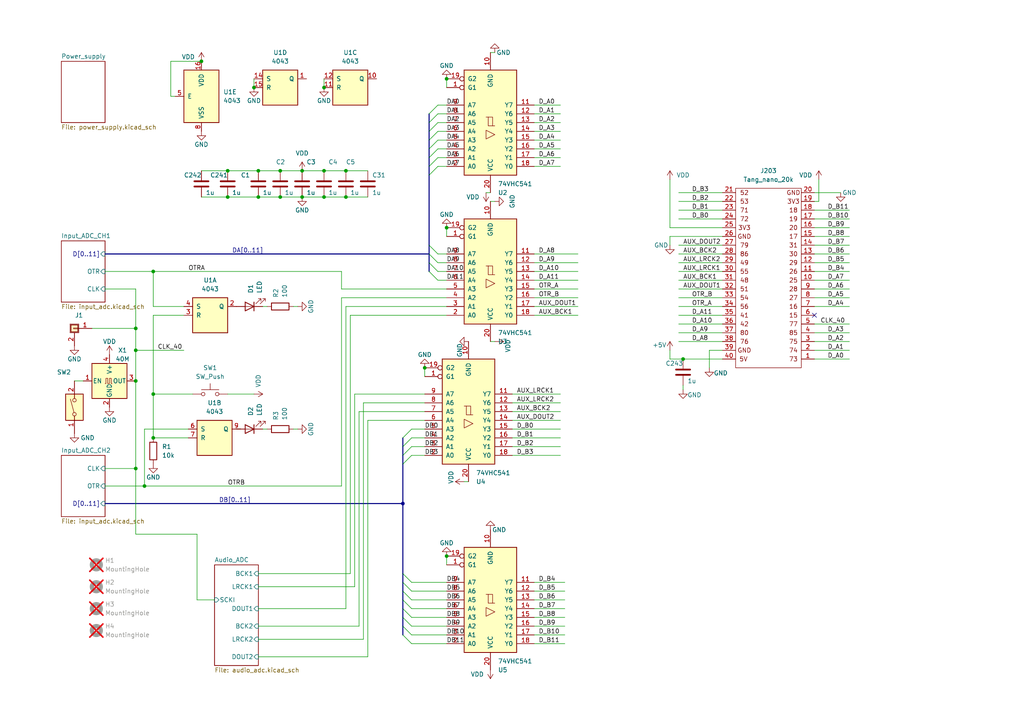
<source format=kicad_sch>
(kicad_sch (version 20231120) (generator "eeschema") (generator_version "8.0")
  (paper "A4")
  (title_block (title "MISRC-PCM") (date "2024-10-18") (rev "2.2") (comment 1 "Digital Interface"))
  (lib_symbols
    (symbol "4043:4043" (pin_names (offset 1.016))
      (property "Reference" "U" (at -7.62 8.89 0))
      (property "Value" "4043" (at -7.62 -8.89 0))
      (symbol "4043_1_1"
        (rectangle (start -5.08 5.08) (end 5.08 -5.08) (stroke (width 0.254)) (fill (type background)))
        (pin output line (at 7.62 2.54 180) (length 2.54) (name "Q") (number "2"))
        (pin input line (at -7.62 0 0) (length 2.54) (name "R") (number "3"))
        (pin input line (at -7.62 2.54 0) (length 2.54) (name "S") (number "4"))
      )
      (symbol "4043_2_1"
        (rectangle (start -5.08 5.08) (end 5.08 -5.08) (stroke (width 0.254)) (fill (type background)))
        (pin input line (at -7.62 2.54 0) (length 2.54) (name "S") (number "6"))
        (pin input line (at -7.62 0 0) (length 2.54) (name "R") (number "7"))
        (pin output line (at 7.62 2.54 180) (length 2.54) (name "Q") (number "9"))
      )
      (symbol "4043_3_1"
        (rectangle (start -5.08 5.08) (end 5.08 -5.08) (stroke (width 0.254)) (fill (type background)))
        (pin output line (at 7.62 2.54 180) (length 2.54) (name "Q") (number "10"))
        (pin input line (at -7.62 0 0) (length 2.54) (name "R") (number "11"))
        (pin input line (at -7.62 2.54 0) (length 2.54) (name "S") (number "12"))
      )
      (symbol "4043_4_1"
        (rectangle (start -5.08 5.08) (end 5.08 -5.08) (stroke (width 0.254)) (fill (type background)))
        (pin output line (at 7.62 2.54 180) (length 2.54) (name "Q") (number "1"))
        (pin input line (at -7.62 2.54 0) (length 2.54) (name "S") (number "14"))
        (pin input line (at -7.62 0 0) (length 2.54) (name "R") (number "15"))
      )
      (symbol "4043_5_0"
        (pin power_in line (at 0 10.16 270) (length 2.54) (name "VDD") (number "16"))
        (pin input line (at -7.62 0 0) (length 2.54) (name "E") (number "5"))
        (pin power_in line (at 0 -10.16 90) (length 2.54) (name "VSS") (number "8"))
      )
      (symbol "4043_5_1"
        (rectangle (start -5.08 7.62) (end 5.08 -7.62) (stroke (width 0.254)) (fill (type background)))
      )
    )
    (symbol "74xx:74LS541" (pin_names (offset 1.016))
      (property "Reference" "U" (at -7.62 16.51 0))
      (property "Value" "74LS541" (at -7.62 -16.51 0))
      (symbol "74LS541_1_0"
        (polyline (pts (xy -0.635 -1.6002) (xy -0.635 0.9398) (xy 0.635 0.9398)))
        (polyline (pts (xy -1.27 -1.6002) (xy 0.635 -1.6002) (xy 0.635 0.9398) (xy 1.27 0.9398)))
        (polyline (pts (xy 1.27 3.4798) (xy -1.27 4.7498) (xy -1.27 2.2098) (xy 1.27 3.4798)) (stroke (width 0.1524)))
        (pin input inverted (at -12.7 -10.16 0) (length 5.08) (name "G1") (number "1"))
        (pin power_in line (at 0 -20.32 90) (length 5.08) (name "GND") (number "10"))
        (pin tri_state line (at 12.7 -5.08 180) (length 5.08) (name "Y7") (number "11"))
        (pin tri_state line (at 12.7 -2.54 180) (length 5.08) (name "Y6") (number "12"))
        (pin tri_state line (at 12.7 0 180) (length 5.08) (name "Y5") (number "13"))
        (pin tri_state line (at 12.7 2.54 180) (length 5.08) (name "Y4") (number "14"))
        (pin tri_state line (at 12.7 5.08 180) (length 5.08) (name "Y3") (number "15"))
        (pin tri_state line (at 12.7 7.62 180) (length 5.08) (name "Y2") (number "16"))
        (pin tri_state line (at 12.7 10.16 180) (length 5.08) (name "Y1") (number "17"))
        (pin tri_state line (at 12.7 12.7 180) (length 5.08) (name "Y0") (number "18"))
        (pin input inverted (at -12.7 -12.7 0) (length 5.08) (name "G2") (number "19"))
        (pin input line (at -12.7 12.7 0) (length 5.08) (name "A0") (number "2"))
        (pin power_in line (at 0 20.32 270) (length 5.08) (name "VCC") (number "20"))
        (pin input line (at -12.7 10.16 0) (length 5.08) (name "A1") (number "3"))
        (pin input line (at -12.7 7.62 0) (length 5.08) (name "A2") (number "4"))
        (pin input line (at -12.7 5.08 0) (length 5.08) (name "A3") (number "5"))
        (pin input line (at -12.7 2.54 0) (length 5.08) (name "A4") (number "6"))
        (pin input line (at -12.7 0 0) (length 5.08) (name "A5") (number "7"))
        (pin input line (at -12.7 -2.54 0) (length 5.08) (name "A6") (number "8"))
        (pin input line (at -12.7 -5.08 0) (length 5.08) (name "A7") (number "9"))
      )
      (symbol "74LS541_1_1"
        (rectangle (start -7.62 15.24) (end 7.62 -15.24) (stroke (width 0.254)) (fill (type background)))
      )
    )
    (symbol "Connector_Generic_Shielded:Conn_01x01_Shielded" (pin_names (offset 1.016) hide)
      (property "Reference" "J1" (at -2.54 3.81 0))
      (symbol "Conn_01x01_Shielded_1_1"
        (rectangle (start -1.27 1.27) (end 1.27 -1.27) (stroke (width 0.1524)))
        (rectangle (start -1.016 0.127) (end 0.254 -0.127) (stroke (width 0.1524)))
        (rectangle (start -1.016 1.016) (end 1.016 -1.016) (stroke (width 0.254)) (fill (type background)))
        (pin passive line (at -5.08 0 0) (length 4.064) (name "Pin_1") (number "1"))
        (pin passive line (at 0 -5.08 90) (length 3.81) (name "Shield") (number "2"))
      )
    )
    (symbol "Device:C" (pin_numbers hide) (pin_names (offset 0.254))
      (property "Reference" "C" (at 0.635 2.54 0))
      (property "Value" "C" (at 0.635 -2.54 0))
      (symbol "C_0_1"
        (polyline (pts (xy -2.032 -0.762) (xy 2.032 -0.762)) (stroke (width 0.508)))
        (polyline (pts (xy -2.032 0.762) (xy 2.032 0.762)) (stroke (width 0.508)))
      )
      (symbol "C_1_1"
        (pin passive line (at 0 3.81 270) (length 2.794) (name "~") (number "1"))
        (pin passive line (at 0 -3.81 90) (length 2.794) (name "~") (number "2"))
      )
    )
    (symbol "Device:LED" (pin_numbers hide) (pin_names (offset 1.016) hide)
      (property "Reference" "D" (at 0 2.54 0))
      (property "Value" "LED" (at 0 -2.54 0))
      (symbol "LED_0_1"
        (polyline (pts (xy -1.27 -1.27) (xy -1.27 1.27)) (stroke (width 0.254)))
        (polyline (pts (xy -1.27 0) (xy 1.27 0)))
        (polyline (pts (xy 1.27 -1.27) (xy 1.27 1.27) (xy -1.27 0) (xy 1.27 -1.27)) (stroke (width 0.254)))
        (polyline (pts (xy -3.048 -0.762) (xy -4.572 -2.286) (xy -3.81 -2.286) (xy -4.572 -2.286) (xy -4.572 -1.524)))
        (polyline (pts (xy -1.778 -0.762) (xy -3.302 -2.286) (xy -2.54 -2.286) (xy -3.302 -2.286) (xy -3.302 -1.524)))
      )
      (symbol "LED_1_1"
        (pin passive line (at -3.81 0 0) (length 2.54) (name "K") (number "1"))
        (pin passive line (at 3.81 0 180) (length 2.54) (name "A") (number "2"))
      )
    )
    (symbol "Device:R" (pin_numbers hide) (pin_names (offset 0))
      (property "Reference" "R" (at 2.032 0 90))
      (property "Value" "R" (at 0 0 90))
      (symbol "R_0_1"
        (rectangle (start -1.016 -2.54) (end 1.016 2.54) (stroke (width 0.254)))
      )
      (symbol "R_1_1"
        (pin passive line (at 0 3.81 270) (length 1.27) (name "~") (number "1"))
        (pin passive line (at 0 -3.81 90) (length 1.27) (name "~") (number "2"))
      )
    )
    (symbol "Mechanical:MountingHole" (pin_names (offset 1.016))
      (property "Reference" "H" (at 0 5.08 0))
      (property "Value" "MountingHole" (at 0 3.175 0))
      (symbol "MountingHole_0_1"
        (circle (center 0 0) (radius 1.27) (stroke (width 1.27)))
      )
    )
    (symbol "Oscillator:XO53" (pin_names (offset 0.254))
      (property "Reference" "X" (at -5.08 6.35 0))
      (property "Value" "XO53" (at 1.27 -6.35 0))
      (symbol "XO53_0_1"
        (rectangle (start -5.08 5.08) (end 5.08 -5.08) (stroke (width 0.254)) (fill (type background)))
        (polyline (pts (xy 0.762 -0.762) (xy 0.508 -0.762) (xy 0.508 0.762) (xy 0 0.762) (xy 0 -0.762) (xy -0.508 -0.762) (xy -0.508 0.762) (xy -1.016 0.762) (xy -1.016 -0.762) (xy -1.27 -0.762)))
      )
      (symbol "XO53_1_1"
        (pin input line (at -7.62 0 0) (length 2.54) (name "EN") (number "1"))
        (pin power_in line (at 0 -7.62 90) (length 2.54) (name "GND") (number "2"))
        (pin output line (at 7.62 0 180) (length 2.54) (name "OUT") (number "3"))
        (pin power_in line (at 0 7.62 270) (length 2.54) (name "V+") (number "4"))
      )
    )
    (symbol "Switch:SW_DIP_x01" (pin_names (offset 0) hide)
      (property "Reference" "SW" (at 0 3.81 0))
      (property "Value" "SW_DIP_x01" (at 0 -3.81 0))
      (symbol "SW_DIP_x01_0_0"
        (circle (center -2.032 0) (radius 0.508))
        (polyline (pts (xy -1.524 0.127) (xy 2.3622 1.1684)))
        (circle (center 2.032 0) (radius 0.508))
      )
      (symbol "SW_DIP_x01_0_1"
        (rectangle (start -3.81 2.54) (end 3.81 -2.54) (stroke (width 0.254)) (fill (type background)))
      )
      (symbol "SW_DIP_x01_1_1"
        (pin passive line (at -7.62 0 0) (length 5.08) (name "~") (number "1"))
        (pin passive line (at 7.62 0 180) (length 5.08) (name "~") (number "2"))
      )
    )
    (symbol "Switch:SW_Push" (pin_numbers hide) (pin_names (offset 1.016) hide)
      (property "Reference" "SW" (at 1.27 2.54 0))
      (property "Value" "SW_Push" (at 0 -1.524 0))
      (symbol "SW_Push_0_1"
        (circle (center -2.032 0) (radius 0.508))
        (polyline (pts (xy 0 1.27) (xy 0 3.048)))
        (polyline (pts (xy 2.54 1.27) (xy -2.54 1.27)))
        (circle (center 2.032 0) (radius 0.508))
        (pin passive line (at -5.08 0 0) (length 2.54) (name "1") (number "1"))
        (pin passive line (at 5.08 0 180) (length 2.54) (name "2") (number "2"))
      )
    )
    (symbol "power:+5V" (power) (pin_names (offset 0))
      (property "Value" "+5V" (at 0 3.556 0))
      (symbol "+5V_0_1"
        (polyline (pts (xy -0.762 1.27) (xy 0 2.54)))
        (polyline (pts (xy 0 0) (xy 0 2.54)))
        (polyline (pts (xy 0 2.54) (xy 0.762 1.27)))
      )
      (symbol "+5V_1_1"
        (pin power_in line (at 0 0 90) (length 0) hide (name "+5V") (number "1"))
      )
    )
    (symbol "power:GND" (power) (pin_names (offset 0))
      (property "Value" "GND" (at 0 -3.81 0))
      (symbol "GND_0_1"
        (polyline (pts (xy 0 0) (xy 0 -1.27) (xy 1.27 -1.27) (xy 0 -2.54) (xy -1.27 -1.27) (xy 0 -1.27)))
      )
      (symbol "GND_1_1"
        (pin power_in line (at 0 0 270) (length 0) hide (name "GND") (number "1"))
      )
    )
    (symbol "power:VDD" (power) (pin_names (offset 0))
      (property "Value" "VDD" (at 0 3.81 0))
      (symbol "VDD_0_1"
        (polyline (pts (xy -0.762 1.27) (xy 0 2.54)))
        (polyline (pts (xy 0 0) (xy 0 2.54)))
        (polyline (pts (xy 0 2.54) (xy 0.762 1.27)))
      )
      (symbol "VDD_1_1"
        (pin power_in line (at 0 0 90) (length 0) hide (name "VDD") (number "1"))
      )
    )
    (symbol "tang_nano_20k:Tang_nano_20k" (pin_names (offset 1.016) hide)
      (property "Reference" "J203" (at -12.6619 30.48 0))
      (property "Value" "Tang_nano_20k" (at -12.6619 27.94 0))
      (symbol "Tang_nano_20k_0_1"
        (rectangle (start -22.86 26.67) (end -3.81 -25.4))
      )
      (symbol "Tang_nano_20k_1_1"
        (text "15" (at -20.574 11.43 0) (effects (font (size 1.27 1.27))))
        (text "16" (at -20.574 8.89 0) (effects (font (size 1.27 1.27))))
        (text "17" (at -20.574 -11.43 0) (effects (font (size 1.27 1.27))))
        (text "18" (at -20.574 -19.05 0) (effects (font (size 1.27 1.27))))
        (text "19" (at -20.574 -16.51 0) (effects (font (size 1.27 1.27))))
        (text "20" (at -20.574 -13.97 0) (effects (font (size 1.27 1.27))))
        (text "25" (at -20.574 1.27 0) (effects (font (size 1.27 1.27))))
        (text "26" (at -20.574 -1.27 0) (effects (font (size 1.27 1.27))))
        (text "27" (at -20.574 6.35 0) (effects (font (size 1.27 1.27))))
        (text "28" (at -20.574 3.81 0) (effects (font (size 1.27 1.27))))
        (text "29" (at -20.574 -3.81 0) (effects (font (size 1.27 1.27))))
        (text "30" (at -20.574 -6.35 0) (effects (font (size 1.27 1.27))))
        (text "31" (at -20.574 -8.89 0) (effects (font (size 1.27 1.27))))
        (text "3V3" (at -20.574 -21.59 0) (effects (font (size 1.27 1.27))))
        (text "3V3" (at -6.35 -13.97 0) (effects (font (size 1.27 1.27))))
        (text "41" (at -6.35 11.43 0) (effects (font (size 1.27 1.27))))
        (text "42" (at -6.35 13.97 0) (effects (font (size 1.27 1.27))))
        (text "48" (at -6.35 1.27 0) (effects (font (size 1.27 1.27))))
        (text "49" (at -6.35 -3.81 0) (effects (font (size 1.27 1.27))))
        (text "51" (at -6.35 3.81 0) (effects (font (size 1.27 1.27))))
        (text "52" (at -6.35 -24.13 0) (effects (font (size 1.27 1.27))))
        (text "53" (at -6.35 -21.59 0) (effects (font (size 1.27 1.27))))
        (text "54" (at -6.35 6.35 0) (effects (font (size 1.27 1.27))))
        (text "55" (at -6.35 -1.27 0) (effects (font (size 1.27 1.27))))
        (text "56" (at -6.35 8.89 0) (effects (font (size 1.27 1.27))))
        (text "5V" (at -6.096 24.13 0) (effects (font (size 1.27 1.27))))
        (text "71" (at -6.35 -19.05 0) (effects (font (size 1.27 1.27))))
        (text "72" (at -6.35 -16.51 0) (effects (font (size 1.27 1.27))))
        (text "73" (at -20.574 24.13 0) (effects (font (size 1.27 1.27))))
        (text "74" (at -20.574 21.59 0) (effects (font (size 1.27 1.27))))
        (text "75" (at -20.574 19.05 0) (effects (font (size 1.27 1.27))))
        (text "76" (at -6.35 19.05 0) (effects (font (size 1.27 1.27))))
        (text "77" (at -20.574 13.97 0) (effects (font (size 1.27 1.27))))
        (text "79" (at -6.35 -8.89 0) (effects (font (size 1.27 1.27))))
        (text "80" (at -6.35 16.51 0) (effects (font (size 1.27 1.27))))
        (text "85" (at -20.574 16.51 0) (effects (font (size 1.27 1.27))))
        (text "86" (at -6.35 -6.35 0) (effects (font (size 1.27 1.27))))
        (text "GND" (at -20.574 -24.13 0) (effects (font (size 1.27 1.27))))
        (text "GND" (at -6.35 -11.43 0) (effects (font (size 1.27 1.27))))
        (text "GND" (at -6.35 21.59 0) (effects (font (size 1.27 1.27))))
        (pin passive line (at -26.67 24.13 0) (length 3.81) (name "Pin_1") (number "1"))
        (pin passive line (at -26.67 1.27 0) (length 3.81) (name "Pin_10") (number "10"))
        (pin passive line (at -26.67 -1.27 0) (length 3.81) (name "Pin_11") (number "11"))
        (pin passive line (at -26.67 -3.81 0) (length 3.81) (name "Pin_12") (number "12"))
        (pin passive line (at -26.67 -6.35 0) (length 3.81) (name "Pin_13") (number "13"))
        (pin passive line (at -26.67 -8.89 0) (length 3.81) (name "Pin_14") (number "14"))
        (pin passive line (at -26.67 -11.43 0) (length 3.81) (name "Pin_15") (number "15"))
        (pin passive line (at -26.67 -13.97 0) (length 3.81) (name "Pin_16") (number "16"))
        (pin passive line (at -26.67 -16.51 0) (length 3.81) (name "Pin_17") (number "17"))
        (pin passive line (at -26.67 -19.05 0) (length 3.81) (name "Pin_18") (number "18"))
        (pin passive line (at -26.67 -21.59 0) (length 3.81) (name "Pin_19") (number "19"))
        (pin passive line (at -26.67 21.59 0) (length 3.81) (name "Pin_2") (number "2"))
        (pin passive line (at -26.67 -24.13 0) (length 3.81) (name "Pin_20") (number "20"))
        (pin passive line (at 0 -24.13 180) (length 3.81) (name "Pin_21") (number "21"))
        (pin passive line (at 0 -21.59 180) (length 3.81) (name "Pin_22") (number "22"))
        (pin passive line (at 0 -19.05 180) (length 3.81) (name "Pin_23") (number "23"))
        (pin passive line (at 0 -16.51 180) (length 3.81) (name "Pin_24") (number "24"))
        (pin passive line (at 0 -13.97 180) (length 3.81) (name "Pin_25") (number "25"))
        (pin passive line (at 0 -11.43 180) (length 3.81) (name "Pin_26") (number "26"))
        (pin passive line (at 0 -8.89 180) (length 3.81) (name "Pin_27") (number "27"))
        (pin passive line (at 0 -6.35 180) (length 3.81) (name "Pin_28") (number "28"))
        (pin passive line (at 0 -3.81 180) (length 3.81) (name "Pin_29") (number "29"))
        (pin passive line (at -26.67 19.05 0) (length 3.81) (name "Pin_3") (number "3"))
        (pin passive line (at 0 -1.27 180) (length 3.81) (name "Pin_30") (number "30"))
        (pin passive line (at 0 1.27 180) (length 3.81) (name "Pin_31") (number "31"))
        (pin passive line (at 0 3.81 180) (length 3.81) (name "Pin_32") (number "32"))
        (pin passive line (at 0 6.35 180) (length 3.81) (name "Pin_33") (number "33"))
        (pin passive line (at 0 8.89 180) (length 3.81) (name "Pin_34") (number "34"))
        (pin passive line (at 0 11.43 180) (length 3.81) (name "Pin_35") (number "35"))
        (pin passive line (at 0 13.97 180) (length 3.81) (name "Pin_36") (number "36"))
        (pin passive line (at 0 16.51 180) (length 3.81) (name "Pin_37") (number "37"))
        (pin passive line (at 0 19.05 180) (length 3.81) (name "Pin_38") (number "38"))
        (pin passive line (at 0 21.59 180) (length 3.81) (name "Pin_39") (number "39"))
        (pin passive line (at -26.67 16.51 0) (length 3.81) (name "Pin_4") (number "4"))
        (pin passive line (at 0 24.13 180) (length 3.81) (name "Pin_40") (number "40"))
        (pin passive line (at -26.67 13.97 0) (length 3.81) (name "Pin_5") (number "5"))
        (pin passive line (at -26.67 11.43 0) (length 3.81) (name "Pin_6") (number "6"))
        (pin passive line (at -26.67 8.89 0) (length 3.81) (name "Pin_7") (number "7"))
        (pin passive line (at -26.67 6.35 0) (length 3.81) (name "Pin_8") (number "8"))
        (pin passive line (at -26.67 3.81 0) (length 3.81) (name "Pin_9") (number "9"))
      )
    )
  )
  (junction (at 44.45 78.74))
  (junction (at 74.93 49.53))
  (junction (at 198.12 104.14))
  (junction (at 87.63 57.15))
  (junction (at 81.28 49.53))
  (junction (at 100.33 57.15))
  (junction (at 129.54 161.29))
  (junction (at 39.37 135.89))
  (junction (at 93.98 57.15))
  (junction (at 39.37 110.49))
  (junction (at 73.66 25.4))
  (junction (at 123.19 106.68))
  (junction (at 58.42 17.78))
  (junction (at 100.33 49.53))
  (junction (at 116.84 146.05))
  (junction (at 129.54 22.86))
  (junction (at 44.45 127))
  (junction (at 39.37 95.25))
  (junction (at 129.54 66.04))
  (junction (at 93.98 49.53))
  (junction (at 66.04 49.53))
  (junction (at 87.63 49.53))
  (junction (at 93.98 25.4))
  (junction (at 44.45 114.3))
  (junction (at 66.04 57.15))
  (junction (at 81.28 57.15))
  (junction (at 41.91 140.97))
  (junction (at 74.93 57.15))
  (junction (at 39.37 101.6))
  (no_connect (at 236.22 91.44))
  (bus_entry (at 124.46 43.18) (size 2.54 -2.54))
  (bus_entry (at 116.84 134.62) (size 2.54 -2.54))
  (bus_entry (at 116.84 132.08) (size 2.54 -2.54))
  (bus_entry (at 116.84 171.45) (size 2.54 2.54))
  (bus_entry (at 124.46 50.8) (size 2.54 -2.54))
  (bus_entry (at 116.84 129.54) (size 2.54 -2.54))
  (bus_entry (at 124.46 73.66) (size 2.54 2.54))
  (bus_entry (at 116.84 176.53) (size 2.54 2.54))
  (bus_entry (at 116.84 184.15) (size 2.54 2.54))
  (bus_entry (at 124.46 38.1) (size 2.54 -2.54))
  (bus_entry (at 124.46 78.74) (size 2.54 2.54))
  (bus_entry (at 124.46 35.56) (size 2.54 -2.54))
  (bus_entry (at 124.46 71.12) (size 2.54 2.54))
  (bus_entry (at 116.84 179.07) (size 2.54 2.54))
  (bus_entry (at 124.46 48.26) (size 2.54 -2.54))
  (bus_entry (at 116.84 166.37) (size 2.54 2.54))
  (bus_entry (at 116.84 168.91) (size 2.54 2.54))
  (bus_entry (at 124.46 33.02) (size 2.54 -2.54))
  (bus_entry (at 116.84 173.99) (size 2.54 2.54))
  (bus_entry (at 124.46 45.72) (size 2.54 -2.54))
  (bus_entry (at 116.84 127) (size 2.54 -2.54))
  (bus_entry (at 124.46 40.64) (size 2.54 -2.54))
  (bus_entry (at 116.84 181.61) (size 2.54 2.54))
  (bus_entry (at 124.46 76.2) (size 2.54 2.54))
  (wire (pts (xy 74.93 190.5) (xy 106.68 190.5)))
  (wire (pts (xy 198.12 104.14) (xy 209.55 104.14)))
  (wire (pts (xy 102.87 114.3) (xy 102.87 170.18)))
  (wire (pts (xy 127 73.66) (xy 129.54 73.66)))
  (wire (pts (xy 194.31 101.6) (xy 194.31 104.14)))
  (wire (pts (xy 243.84 55.88) (xy 236.22 55.88)))
  (wire (pts (xy 148.59 119.38) (xy 162.56 119.38)))
  (wire (pts (xy 39.37 95.25) (xy 39.37 101.6)))
  (wire (pts (xy 236.22 66.04) (xy 246.38 66.04)))
  (wire (pts (xy 236.22 60.96) (xy 246.38 60.96)))
  (wire (pts (xy 87.63 57.15) (xy 93.98 57.15)))
  (wire (pts (xy 73.66 22.86) (xy 73.66 25.4)))
  (wire (pts (xy 143.51 58.42) (xy 142.24 58.42)))
  (wire (pts (xy 101.6 91.44) (xy 129.54 91.44)))
  (wire (pts (xy 104.14 119.38) (xy 123.19 119.38)))
  (bus (pts (xy 116.84 173.99) (xy 116.84 176.53)))
  (bus (pts (xy 124.46 38.1) (xy 124.46 40.64)))
  (wire (pts (xy 129.54 163.83) (xy 129.54 161.29)))
  (wire (pts (xy 154.94 176.53) (xy 163.83 176.53)))
  (bus (pts (xy 116.84 179.07) (xy 116.84 181.61)))
  (wire (pts (xy 100.33 88.9) (xy 129.54 88.9)))
  (wire (pts (xy 74.93 181.61) (xy 104.14 181.61)))
  (wire (pts (xy 209.55 88.9) (xy 196.85 88.9)))
  (wire (pts (xy 127 40.64) (xy 129.54 40.64)))
  (wire (pts (xy 74.93 176.53) (xy 100.33 176.53)))
  (wire (pts (xy 237.49 58.42) (xy 236.22 58.42)))
  (wire (pts (xy 154.94 88.9) (xy 167.64 88.9)))
  (wire (pts (xy 236.22 76.2) (xy 246.38 76.2)))
  (wire (pts (xy 246.38 101.6) (xy 236.22 101.6)))
  (wire (pts (xy 154.94 73.66) (xy 167.64 73.66)))
  (wire (pts (xy 30.48 140.97) (xy 41.91 140.97)))
  (bus (pts (xy 124.46 43.18) (xy 124.46 45.72)))
  (wire (pts (xy 209.55 86.36) (xy 196.85 86.36)))
  (wire (pts (xy 66.04 49.53) (xy 74.93 49.53)))
  (wire (pts (xy 236.22 63.5) (xy 246.38 63.5)))
  (wire (pts (xy 119.38 176.53) (xy 129.54 176.53)))
  (wire (pts (xy 54.61 124.46) (xy 41.91 124.46)))
  (wire (pts (xy 154.94 83.82) (xy 167.64 83.82)))
  (wire (pts (xy 119.38 129.54) (xy 123.19 129.54)))
  (bus (pts (xy 116.84 129.54) (xy 116.84 132.08)))
  (wire (pts (xy 140.97 55.88) (xy 142.24 55.88)))
  (wire (pts (xy 85.09 88.9) (xy 86.36 88.9)))
  (wire (pts (xy 209.55 55.88) (xy 196.85 55.88)))
  (wire (pts (xy 209.55 83.82) (xy 196.85 83.82)))
  (wire (pts (xy 76.2 88.9) (xy 77.47 88.9)))
  (wire (pts (xy 194.31 71.12) (xy 194.31 68.58)))
  (wire (pts (xy 100.33 57.15) (xy 106.68 57.15)))
  (wire (pts (xy 66.04 114.3) (xy 73.66 114.3)))
  (wire (pts (xy 196.85 93.98) (xy 209.55 93.98)))
  (wire (pts (xy 129.54 25.4) (xy 129.54 22.86)))
  (wire (pts (xy 57.15 154.94) (xy 39.37 154.94)))
  (wire (pts (xy 87.63 49.53) (xy 93.98 49.53)))
  (wire (pts (xy 209.55 78.74) (xy 196.85 78.74)))
  (wire (pts (xy 105.41 116.84) (xy 105.41 185.42)))
  (wire (pts (xy 57.15 173.99) (xy 57.15 154.94)))
  (wire (pts (xy 154.94 38.1) (xy 162.56 38.1)))
  (wire (pts (xy 41.91 140.97) (xy 99.06 140.97)))
  (wire (pts (xy 236.22 86.36) (xy 246.38 86.36)))
  (wire (pts (xy 154.94 45.72) (xy 162.56 45.72)))
  (wire (pts (xy 127 81.28) (xy 129.54 81.28)))
  (wire (pts (xy 99.06 83.82) (xy 99.06 78.74)))
  (wire (pts (xy 44.45 78.74) (xy 44.45 88.9)))
  (wire (pts (xy 154.94 181.61) (xy 163.83 181.61)))
  (wire (pts (xy 69.85 124.46) (xy 68.58 124.46)))
  (wire (pts (xy 30.48 78.74) (xy 44.45 78.74)))
  (wire (pts (xy 236.22 83.82) (xy 246.38 83.82)))
  (bus (pts (xy 116.84 127) (xy 116.84 129.54)))
  (wire (pts (xy 119.38 171.45) (xy 129.54 171.45)))
  (wire (pts (xy 127 45.72) (xy 129.54 45.72)))
  (wire (pts (xy 194.31 52.07) (xy 194.31 66.04)))
  (wire (pts (xy 154.94 91.44) (xy 167.64 91.44)))
  (wire (pts (xy 154.94 48.26) (xy 162.56 48.26)))
  (bus (pts (xy 116.84 134.62) (xy 116.84 146.05)))
  (wire (pts (xy 74.93 49.53) (xy 81.28 49.53)))
  (wire (pts (xy 49.53 17.78) (xy 58.42 17.78)))
  (wire (pts (xy 194.31 68.58) (xy 209.55 68.58)))
  (wire (pts (xy 30.48 83.82) (xy 39.37 83.82)))
  (wire (pts (xy 209.55 71.12) (xy 196.85 71.12)))
  (wire (pts (xy 119.38 181.61) (xy 129.54 181.61)))
  (bus (pts (xy 124.46 71.12) (xy 124.46 73.66)))
  (wire (pts (xy 205.74 101.6) (xy 209.55 101.6)))
  (wire (pts (xy 196.85 91.44) (xy 209.55 91.44)))
  (wire (pts (xy 62.23 173.99) (xy 57.15 173.99)))
  (bus (pts (xy 116.84 168.91) (xy 116.84 171.45)))
  (wire (pts (xy 142.24 99.06) (xy 143.51 99.06)))
  (wire (pts (xy 81.28 49.53) (xy 87.63 49.53)))
  (wire (pts (xy 163.83 168.91) (xy 154.94 168.91)))
  (wire (pts (xy 148.59 116.84) (xy 162.56 116.84)))
  (wire (pts (xy 119.38 186.69) (xy 129.54 186.69)))
  (wire (pts (xy 99.06 140.97) (xy 99.06 86.36)))
  (wire (pts (xy 154.94 30.48) (xy 162.56 30.48)))
  (wire (pts (xy 154.94 43.18) (xy 162.56 43.18)))
  (bus (pts (xy 116.84 132.08) (xy 116.84 134.62)))
  (wire (pts (xy 26.67 95.25) (xy 39.37 95.25)))
  (wire (pts (xy 53.34 101.6) (xy 39.37 101.6)))
  (wire (pts (xy 148.59 129.54) (xy 162.56 129.54)))
  (wire (pts (xy 198.12 111.76) (xy 198.12 113.03)))
  (wire (pts (xy 93.98 57.15) (xy 100.33 57.15)))
  (wire (pts (xy 154.94 35.56) (xy 162.56 35.56)))
  (wire (pts (xy 93.98 49.53) (xy 100.33 49.53)))
  (wire (pts (xy 101.6 166.37) (xy 101.6 91.44)))
  (wire (pts (xy 119.38 173.99) (xy 129.54 173.99)))
  (wire (pts (xy 148.59 127) (xy 162.56 127)))
  (wire (pts (xy 39.37 154.94) (xy 39.37 135.89)))
  (wire (pts (xy 44.45 91.44) (xy 53.34 91.44)))
  (wire (pts (xy 44.45 114.3) (xy 55.88 114.3)))
  (wire (pts (xy 236.22 71.12) (xy 246.38 71.12)))
  (wire (pts (xy 154.94 33.02) (xy 162.56 33.02)))
  (wire (pts (xy 74.93 166.37) (xy 101.6 166.37)))
  (wire (pts (xy 76.2 124.46) (xy 77.47 124.46)))
  (wire (pts (xy 119.38 132.08) (xy 123.19 132.08)))
  (wire (pts (xy 102.87 114.3) (xy 123.19 114.3)))
  (wire (pts (xy 154.94 173.99) (xy 163.83 173.99)))
  (wire (pts (xy 148.59 124.46) (xy 162.56 124.46)))
  (wire (pts (xy 100.33 176.53) (xy 100.33 88.9)))
  (bus (pts (xy 116.84 171.45) (xy 116.84 173.99)))
  (bus (pts (xy 124.46 50.8) (xy 124.46 71.12)))
  (bus (pts (xy 116.84 181.61) (xy 116.84 184.15)))
  (bus (pts (xy 30.48 73.66) (xy 124.46 73.66)))
  (wire (pts (xy 39.37 101.6) (xy 39.37 110.49)))
  (wire (pts (xy 246.38 104.14) (xy 236.22 104.14)))
  (wire (pts (xy 127 78.74) (xy 129.54 78.74)))
  (wire (pts (xy 154.94 78.74) (xy 167.64 78.74)))
  (wire (pts (xy 58.42 49.53) (xy 66.04 49.53)))
  (wire (pts (xy 106.68 121.92) (xy 123.19 121.92)))
  (wire (pts (xy 209.55 58.42) (xy 196.85 58.42)))
  (wire (pts (xy 74.93 170.18) (xy 102.87 170.18)))
  (wire (pts (xy 154.94 76.2) (xy 167.64 76.2)))
  (wire (pts (xy 100.33 49.53) (xy 106.68 49.53)))
  (wire (pts (xy 236.22 78.74) (xy 246.38 78.74)))
  (wire (pts (xy 99.06 86.36) (xy 129.54 86.36)))
  (wire (pts (xy 143.51 15.24) (xy 142.24 15.24)))
  (bus (pts (xy 124.46 40.64) (xy 124.46 43.18)))
  (wire (pts (xy 237.49 52.07) (xy 237.49 58.42)))
  (bus (pts (xy 116.84 166.37) (xy 116.84 168.91)))
  (wire (pts (xy 236.22 96.52) (xy 246.38 96.52)))
  (wire (pts (xy 127 76.2) (xy 129.54 76.2)))
  (bus (pts (xy 116.84 176.53) (xy 116.84 179.07)))
  (wire (pts (xy 39.37 83.82) (xy 39.37 95.25)))
  (wire (pts (xy 154.94 184.15) (xy 163.83 184.15)))
  (wire (pts (xy 209.55 63.5) (xy 196.85 63.5)))
  (wire (pts (xy 236.22 88.9) (xy 246.38 88.9)))
  (wire (pts (xy 148.59 114.3) (xy 162.56 114.3)))
  (wire (pts (xy 236.22 68.58) (xy 246.38 68.58)))
  (wire (pts (xy 81.28 57.15) (xy 87.63 57.15)))
  (bus (pts (xy 30.48 146.05) (xy 116.84 146.05)))
  (wire (pts (xy 148.59 121.92) (xy 162.56 121.92)))
  (wire (pts (xy 58.42 57.15) (xy 66.04 57.15)))
  (wire (pts (xy 194.31 66.04) (xy 209.55 66.04)))
  (wire (pts (xy 127 35.56) (xy 129.54 35.56)))
  (wire (pts (xy 105.41 116.84) (xy 123.19 116.84)))
  (wire (pts (xy 127 30.48) (xy 129.54 30.48)))
  (bus (pts (xy 124.46 35.56) (xy 124.46 38.1)))
  (wire (pts (xy 205.74 106.68) (xy 205.74 101.6)))
  (wire (pts (xy 93.98 22.86) (xy 93.98 25.4)))
  (wire (pts (xy 154.94 186.69) (xy 163.83 186.69)))
  (wire (pts (xy 236.22 73.66) (xy 246.38 73.66)))
  (wire (pts (xy 74.93 57.15) (xy 81.28 57.15)))
  (wire (pts (xy 154.94 81.28) (xy 167.64 81.28)))
  (wire (pts (xy 148.59 132.08) (xy 162.56 132.08)))
  (wire (pts (xy 154.94 40.64) (xy 162.56 40.64)))
  (wire (pts (xy 39.37 135.89) (xy 30.48 135.89)))
  (wire (pts (xy 106.68 190.5) (xy 106.68 121.92)))
  (bus (pts (xy 116.84 146.05) (xy 116.84 166.37)))
  (wire (pts (xy 21.59 110.49) (xy 24.13 110.49)))
  (wire (pts (xy 50.8 27.94) (xy 49.53 27.94)))
  (wire (pts (xy 41.91 124.46) (xy 41.91 140.97)))
  (wire (pts (xy 196.85 96.52) (xy 209.55 96.52)))
  (wire (pts (xy 44.45 114.3) (xy 44.45 91.44)))
  (wire (pts (xy 49.53 27.94) (xy 49.53 17.78)))
  (wire (pts (xy 119.38 179.07) (xy 129.54 179.07)))
  (wire (pts (xy 44.45 127) (xy 44.45 114.3)))
  (wire (pts (xy 39.37 110.49) (xy 39.37 135.89)))
  (wire (pts (xy 154.94 86.36) (xy 167.64 86.36)))
  (wire (pts (xy 104.14 181.61) (xy 104.14 119.38)))
  (wire (pts (xy 236.22 93.98) (xy 246.38 93.98)))
  (wire (pts (xy 194.31 104.14) (xy 198.12 104.14)))
  (wire (pts (xy 119.38 124.46) (xy 123.19 124.46)))
  (wire (pts (xy 209.55 81.28) (xy 196.85 81.28)))
  (wire (pts (xy 66.04 57.15) (xy 74.93 57.15)))
  (wire (pts (xy 209.55 73.66) (xy 196.85 73.66)))
  (wire (pts (xy 209.55 60.96) (xy 196.85 60.96)))
  (bus (pts (xy 124.46 48.26) (xy 124.46 50.8)))
  (wire (pts (xy 127 33.02) (xy 129.54 33.02)))
  (wire (pts (xy 209.55 76.2) (xy 196.85 76.2)))
  (wire (pts (xy 74.93 185.42) (xy 105.41 185.42)))
  (wire (pts (xy 85.09 124.46) (xy 86.36 124.46)))
  (wire (pts (xy 134.62 139.7) (xy 135.89 139.7)))
  (wire (pts (xy 119.38 127) (xy 123.19 127)))
  (wire (pts (xy 129.54 83.82) (xy 99.06 83.82)))
  (wire (pts (xy 129.54 68.58) (xy 129.54 66.04)))
  (wire (pts (xy 154.94 171.45) (xy 163.83 171.45)))
  (wire (pts (xy 123.19 109.22) (xy 123.19 106.68)))
  (wire (pts (xy 44.45 88.9) (xy 53.34 88.9)))
  (wire (pts (xy 236.22 99.06) (xy 246.38 99.06)))
  (wire (pts (xy 236.22 81.28) (xy 246.38 81.28)))
  (wire (pts (xy 119.38 168.91) (xy 129.54 168.91)))
  (wire (pts (xy 127 43.18) (xy 129.54 43.18)))
  (wire (pts (xy 127 38.1) (xy 129.54 38.1)))
  (wire (pts (xy 154.94 179.07) (xy 163.83 179.07)))
  (bus (pts (xy 124.46 33.02) (xy 124.46 35.56)))
  (bus (pts (xy 124.46 73.66) (xy 124.46 76.2)))
  (bus (pts (xy 124.46 76.2) (xy 124.46 78.74)))
  (bus (pts (xy 124.46 45.72) (xy 124.46 48.26)))
  (wire (pts (xy 54.61 127) (xy 44.45 127)))
  (wire (pts (xy 127 48.26) (xy 129.54 48.26)))
  (wire (pts (xy 196.85 99.06) (xy 209.55 99.06)))
  (wire (pts (xy 119.38 184.15) (xy 129.54 184.15)))
  (wire (pts (xy 44.45 78.74) (xy 99.06 78.74)))
  (label "DA1" (at 129.54 33.02 0))
  (label "DA9" (at 129.54 76.2 0))
  (label "AUX_BCK2" (at 198.12 73.66 0))
  (label "DB10" (at 129.54 184.15 0))
  (label "AUX_LRCK1" (at 149.86 114.3 0))
  (label "DB[0..11]" (at 63.5 146.05 0))
  (label "D_A4" (at 240.03 88.9 0))
  (label "D_B3" (at 200.66 55.88 0))
  (label "DA8" (at 129.54 73.66 0))
  (label "D_B0" (at 149.86 124.46 0))
  (label "D_A0" (at 156.21 30.48 0))
  (label "D_A9" (at 156.21 76.2 0))
  (label "D_B4" (at 156.21 168.91 0))
  (label "AUX_DOUT1" (at 156.21 88.9 0))
  (label "DA5" (at 129.54 43.18 0))
  (label "D_B8" (at 156.21 179.07 0))
  (label "D_A6" (at 156.21 45.72 0))
  (label "D_A1" (at 240.03 101.6 0))
  (label "D_B4" (at 240.03 78.74 0))
  (label "DB6" (at 129.54 173.99 0))
  (label "DA2" (at 129.54 35.56 0))
  (label "DA6" (at 129.54 45.72 0))
  (label "D_A7" (at 156.21 48.26 0))
  (label "D_A2" (at 240.03 99.06 0))
  (label "D_B5" (at 156.21 171.45 0))
  (label "AUX_BCK2" (at 149.86 119.38 0))
  (label "D_A4" (at 156.21 40.64 0))
  (label "D_B0" (at 200.66 63.5 0))
  (label "AUX_DOUT2" (at 198.12 71.12 0))
  (label "OTR_B" (at 156.21 86.36 0))
  (label "D_B7" (at 156.21 176.53 0))
  (label "D_A1" (at 156.21 33.02 0))
  (label "D_B10" (at 156.21 184.15 0))
  (label "AUX_LRCK2" (at 149.86 116.84 0))
  (label "DB3" (at 123.19 132.08 0))
  (label "DA3" (at 129.54 38.1 0))
  (label "D_A8" (at 200.66 99.06 0))
  (label "D_B1" (at 149.86 127 0))
  (label "CLK_40" (at 45.72 101.6 0))
  (label "D_B2" (at 200.66 58.42 0))
  (label "AUX_DOUT2" (at 149.86 121.92 0))
  (label "D_B1" (at 200.66 60.96 0))
  (label "AUX_LRCK2" (at 198.12 76.2 0))
  (label "OTRB" (at 66.04 140.97 0))
  (label "D_A5" (at 240.03 86.36 0))
  (label "AUX_BCK1" (at 156.21 91.44 0))
  (label "D_B6" (at 240.03 73.66 0))
  (label "D_A10" (at 200.66 93.98 0))
  (label "D_A6" (at 240.03 83.82 0))
  (label "DB2" (at 123.19 129.54 0))
  (label "D_A7" (at 240.03 81.28 0))
  (label "AUX_DOUT1" (at 198.12 83.82 0))
  (label "D_A8" (at 156.21 73.66 0))
  (label "D_A10" (at 156.21 78.74 0))
  (label "D_B10" (at 240.03 63.5 0))
  (label "OTR_B" (at 200.66 86.36 0))
  (label "DA4" (at 129.54 40.64 0))
  (label "DB1" (at 123.19 127 0))
  (label "OTR_A" (at 200.66 88.9 0))
  (label "D_A5" (at 156.21 43.18 0))
  (label "D_A2" (at 156.21 35.56 0))
  (label "D_A0" (at 240.03 104.14 0))
  (label "DB0" (at 123.19 124.46 0))
  (label "DB9" (at 129.54 181.61 0))
  (label "D_A11" (at 156.21 81.28 0))
  (label "D_A3" (at 156.21 38.1 0))
  (label "D_A11" (at 200.66 91.44 0))
  (label "DA0" (at 129.54 30.48 0))
  (label "DB11" (at 129.54 186.69 0))
  (label "D_A9" (at 200.66 96.52 0))
  (label "AUX_LRCK1" (at 198.12 78.74 0))
  (label "D_A3" (at 240.03 96.52 0))
  (label "DA7" (at 129.54 48.26 0))
  (label "CLK_40" (at 245.11 93.98 180))
  (label "DA[0..11]" (at 67.31 73.66 0))
  (label "D_B5" (at 240.03 76.2 0))
  (label "D_B9" (at 240.03 66.04 0))
  (label "DB7" (at 129.54 176.53 0))
  (label "D_B11" (at 156.21 186.69 0))
  (label "D_B2" (at 149.86 129.54 0))
  (label "OTRA" (at 54.61 78.74 0))
  (label "DB8" (at 129.54 179.07 0))
  (label "AUX_BCK1" (at 198.12 81.28 0))
  (label "D_B7" (at 240.03 71.12 0))
  (label "D_B6" (at 156.21 173.99 0))
  (label "D_B9" (at 156.21 181.61 0))
  (label "D_B3" (at 149.86 132.08 0))
  (label "D_B11" (at 240.03 60.96 0))
  (label "OTR_A" (at 156.21 83.82 0))
  (label "DB5" (at 129.54 171.45 0))
  (label "DA11" (at 129.54 81.28 0))
  (label "D_B8" (at 240.03 68.58 0))
  (label "DB4" (at 129.54 168.91 0))
  (label "DA10" (at 129.54 78.74 0))
  (symbol (lib_id "Device:C") (at 93.98 53.34 0) (unit 1)
    (property "Reference" "C4" (at 95.25 46.99 0) (effects (justify left)))
    (property "Value" "1u" (at 95.25 55.88 0) (effects (justify left)))
    (property "Footprint" "Capacitor_SMD:C_0805_2012Metric" (effects (hide yes)))
    (property "Manufacturer_Part_Number" "GRM219R61H105KA73D" (effects (hide yes)))
  )
  (symbol (lib_id "power:+5V") (at 194.31 101.6 0) (unit 1)
    (property "Reference" "#PWR0279" (effects (hide yes)))
    (property "Value" "+5V" (at 191.262 100.076 0))
  )
  (symbol (lib_id "power:GND") (at 243.84 55.88 0) (unit 1)
    (property "Reference" "#PWR0282" (effects (hide yes)))
    (property "Value" "GND" (at 246.38 55.88 0))
  )
  (symbol (lib_id "Device:C") (at 81.28 53.34 0) (unit 1)
    (property "Reference" "C2" (at 80.01 46.99 0) (effects (justify left)))
    (property "Value" "1u" (at 82.55 55.88 0) (effects (justify left)))
    (property "Footprint" "Capacitor_SMD:C_0805_2012Metric" (effects (hide yes)))
    (property "Manufacturer_Part_Number" "GRM219R61H105KA73D" (effects (hide yes)))
  )
  (symbol (lib_id "power:VDD") (at 31.75 102.87 0) (unit 1)
    (property "Reference" "#PWR0251" (effects (hide yes)))
    (property "Value" "VDD" (at 31.75 99.06 0))
  )
  (symbol (lib_id "power:GND") (at 135.89 99.06 270) (mirror x) (unit 1)
    (property "Reference" "#PWR017" (effects (hide yes)))
    (property "Value" "GND" (at 133.35 101.6 0))
  )
  (symbol (lib_id "74xx:74LS541") (at 135.89 119.38 0) (mirror x) (unit 1)
    (property "Reference" "U4" (at 138.0841 139.7 0) (effects (justify left)))
    (property "Value" "74VHC541" (at 138.0841 137.16 0) (effects (justify left)))
    (property "Footprint" "Package_SO:SOIC-20W_7.5x12.8mm_P1.27mm" (effects (hide yes)))
    (property "Datasheet" "http://www.ti.com/lit/gpn/sn74LS541" (effects (hide yes)))
    (property "Manufacturer_Part_Number" "74VHC541D,118" (effects (hide yes)))
  )
  (symbol (lib_id "power:VDD") (at 140.97 55.88 0) (mirror x) (unit 1)
    (property "Reference" "#PWR016" (effects (hide yes)))
    (property "Value" "VDD" (at 137.16 57.15 0))
  )
  (symbol (lib_id "power:GND") (at 58.42 38.1 0) (unit 1)
    (property "Reference" "#PWR04" (effects (hide yes)))
    (property "Value" "GND" (at 58.42 41.91 0))
  )
  (symbol (lib_id "Mechanical:MountingHole") (at 27.94 163.83 0) (unit 1) (dnp yes)
    (property "Reference" "H1" (at 30.48 162.56 0) (effects (justify left)))
    (property "Value" "MountingHole" (at 30.48 165.1 0) (effects (justify left)))
    (property "Footprint" "MountingHole:MountingHole_3.2mm_M3" (effects (hide yes)))
  )
  (symbol (lib_id "Oscillator:XO53") (at 31.75 110.49 0) (unit 1)
    (property "Reference" "X1" (at 35.56 101.6 0))
    (property "Value" "40M" (at 35.56 104.14 0))
    (property "Footprint" "Oscillator:Oscillator_SMD_EuroQuartz_XO53-4Pin_5.0x3.2mm" (effects (hide yes)))
    (property "Datasheet" "http://cdn-reichelt.de/documents/datenblatt/B400/XO53.pdf" (effects (hide yes)))
    (property "Manufacturer_Part_Number" "ECS-5032MV-400-CN-TR" (effects (hide yes)))
  )
  (symbol (lib_id "power:GND") (at 21.59 100.33 0) (unit 1)
    (property "Reference" "#PWR01" (effects (hide yes)))
    (property "Value" "GND" (at 21.59 104.14 0))
  )
  (symbol (lib_id "4043:4043") (at 60.96 91.44 0) (unit 1)
    (property "Reference" "U1" (at 60.96 81.28 0))
    (property "Value" "4043" (at 60.96 83.82 0))
    (property "Footprint" "Package_SO:SO-16_3.9x9.9mm_P1.27mm" (effects (hide yes)))
    (property "Datasheet" "http://www.onsemi.com/pub/Collateral/MC14043B-D.PDF" (effects (hide yes)))
    (property "Manufacturer_Part_Number" "HEF4043BT-Q100J" (effects (hide yes)))
  )
  (symbol (lib_id "power:GND") (at 123.19 106.68 0) (mirror x) (unit 1)
    (property "Reference" "#PWR012" (effects (hide yes)))
    (property "Value" "GND" (at 123.19 102.87 0))
  )
  (symbol (lib_id "Device:C") (at 58.42 53.34 0) (unit 1)
    (property "Reference" "C242" (at 53.34 50.8 0) (effects (justify left)))
    (property "Value" "1u" (at 59.69 55.88 0) (effects (justify left)))
    (property "Footprint" "Capacitor_SMD:C_0805_2012Metric" (effects (hide yes)))
    (property "Manufacturer_Part_Number" "GRM219R61H105KA73D" (effects (hide yes)))
  )
  (symbol (lib_id "4043:4043") (at 62.23 127 0) (unit 2)
    (property "Reference" "U1" (at 62.23 116.84 0))
    (property "Value" "4043" (at 62.23 119.38 0))
    (property "Footprint" "Package_SO:SO-16_3.9x9.9mm_P1.27mm" (effects (hide yes)))
    (property "Datasheet" "http://www.onsemi.com/pub/Collateral/MC14043B-D.PDF" (effects (hide yes)))
    (property "Manufacturer_Part_Number" "HEF4043BT-Q100J" (effects (hide yes)))
  )
  (symbol (lib_id "Device:C") (at 100.33 53.34 0) (unit 1)
    (property "Reference" "C5" (at 100.33 46.99 0) (effects (justify left)))
    (property "Value" "1u" (at 101.6 55.88 0) (effects (justify left)))
    (property "Footprint" "Capacitor_SMD:C_0805_2012Metric" (effects (hide yes)))
    (property "Manufacturer_Part_Number" "GRM219R61H105KA73D" (effects (hide yes)))
  )
  (symbol (lib_id "Switch:SW_Push") (at 60.96 114.3 0) (unit 1)
    (property "Reference" "SW1" (at 60.96 106.68 0))
    (property "Value" "SW_Push" (at 60.96 109.22 0))
    (property "Footprint" "Footprints:SW_SPST_EVQP0_2" (effects (hide yes)))
    (property "Manufacturer_Part_Number" "B3FS-1010P" (effects (hide yes)))
  )
  (symbol (lib_id "power:GND") (at 31.75 118.11 0) (unit 1)
    (property "Reference" "#PWR0250" (effects (hide yes)))
    (property "Value" "GND" (at 31.75 121.92 0))
  )
  (symbol (lib_id "power:GND") (at 194.31 71.12 0) (mirror y) (unit 1)
    (property "Reference" "#PWR0236" (effects (hide yes)))
    (property "Value" "GND" (at 191.77 71.12 0))
  )
  (symbol (lib_id "Mechanical:MountingHole") (at 27.94 170.18 0) (unit 1) (dnp yes)
    (property "Reference" "H2" (at 30.48 168.91 0) (effects (justify left)))
    (property "Value" "MountingHole" (at 30.48 171.45 0) (effects (justify left)))
    (property "Footprint" "MountingHole:MountingHole_3.2mm_M3" (effects (hide yes)))
  )
  (symbol (lib_id "power:GND") (at 44.45 134.62 0) (unit 1)
    (property "Reference" "#PWR02" (effects (hide yes)))
    (property "Value" "GND" (at 44.45 138.43 0))
  )
  (symbol (lib_id "power:VDD") (at 87.63 49.53 0) (unit 1)
    (property "Reference" "#PWR08" (effects (hide yes)))
    (property "Value" "VDD" (at 87.63 44.45 0))
  )
  (symbol (lib_id "power:VDD") (at 237.49 52.07 0) (unit 1)
    (property "Reference" "#PWR0281" (effects (hide yes)))
    (property "Value" "VDD" (at 233.68 50.8 0))
  )
  (symbol (lib_id "power:GND") (at 86.36 124.46 90) (unit 1)
    (property "Reference" "#PWR07" (effects (hide yes)))
    (property "Value" "GND" (at 90.17 124.46 0))
  )
  (symbol (lib_id "power:VDD") (at 143.51 99.06 270) (mirror x) (unit 1)
    (property "Reference" "#PWR014" (effects (hide yes)))
    (property "Value" "VDD" (at 147.32 100.33 0))
  )
  (symbol (lib_id "Mechanical:MountingHole") (at 27.94 182.88 0) (unit 1) (dnp yes)
    (property "Reference" "H4" (at 30.48 181.61 0) (effects (justify left)))
    (property "Value" "MountingHole" (at 30.48 184.15 0) (effects (justify left)))
    (property "Footprint" "MountingHole:MountingHole_3.2mm_M3" (effects (hide yes)))
  )
  (symbol (lib_id "power:VDD") (at 134.62 139.7 90) (mirror x) (unit 1)
    (property "Reference" "#PWR015" (effects (hide yes)))
    (property "Value" "VDD" (at 130.81 138.43 0))
  )
  (symbol (lib_id "power:GND") (at 93.98 25.4 0) (unit 1)
    (property "Reference" "#PWR0238" (effects (hide yes)))
    (property "Value" "GND" (at 93.98 29.21 0))
  )
  (symbol (lib_id "Switch:SW_DIP_x01") (at 21.59 118.11 90) (unit 1)
    (property "Reference" "SW2" (at 16.51 107.95 90) (effects (justify right)))
    (property "Value" "SW_DIP_x01" (effects (hide yes)))
    (property "Footprint" "Button_Switch_SMD:SW_DIP_SPSTx01_Slide_6.7x4.1mm_W8.61mm_P2.54mm_LowProfile" (effects (hide yes)))
    (property "Manufacturer_Part_Number" "EDS01SGRSTR04Q" (effects (hide yes)))
  )
  (symbol (lib_id "power:GND") (at 143.51 58.42 90) (mirror x) (unit 1)
    (property "Reference" "#PWR021" (effects (hide yes)))
    (property "Value" "GND" (at 148.59 58.42 0))
  )
  (symbol (lib_id "4043:4043") (at 81.28 25.4 0) (unit 4)
    (property "Reference" "U1" (at 81.28 15.24 0))
    (property "Value" "4043" (at 81.28 17.78 0))
    (property "Footprint" "Package_SO:SO-16_3.9x9.9mm_P1.27mm" (effects (hide yes)))
    (property "Datasheet" "http://www.onsemi.com/pub/Collateral/MC14043B-D.PDF" (effects (hide yes)))
    (property "Manufacturer_Part_Number" "HEF4043BT-Q100J" (effects (hide yes)))
  )
  (symbol (lib_id "Device:C") (at 198.12 107.95 0) (unit 1)
    (property "Reference" "C243" (at 193.04 105.41 0) (effects (justify left)))
    (property "Value" "1u" (at 199.39 110.49 0) (effects (justify left)))
    (property "Footprint" "Capacitor_SMD:C_0805_2012Metric" (effects (hide yes)))
    (property "Manufacturer_Part_Number" "GRM219R61H105KA73D" (effects (hide yes)))
  )
  (symbol (lib_id "74xx:74LS541") (at 142.24 78.74 0) (mirror x) (unit 1)
    (property "Reference" "U3" (at 144.4341 99.06 0) (effects (justify left)))
    (property "Value" "74VHC541" (at 144.4341 96.52 0) (effects (justify left)))
    (property "Footprint" "Package_SO:SOIC-20W_7.5x12.8mm_P1.27mm" (effects (hide yes)))
    (property "Datasheet" "http://www.ti.com/lit/gpn/sn74LS541" (effects (hide yes)))
    (property "Manufacturer_Part_Number" "74VHC541D,118" (effects (hide yes)))
  )
  (symbol (lib_id "Device:R") (at 44.45 130.81 180) (unit 1)
    (property "Reference" "R1" (at 46.99 129.54 0) (effects (justify right)))
    (property "Value" "10k" (at 46.99 132.08 0) (effects (justify right)))
    (property "Footprint" "Resistor_SMD:R_0805_2012Metric" (effects (hide yes)))
    (property "Manufacturer_Part_Number" "RC0805FR-0710KL" (effects (hide yes)))
  )
  (symbol (lib_id "Device:LED") (at 72.39 88.9 180) (unit 1)
    (property "Reference" "D1" (at 72.7075 85.09 90) (effects (justify right)))
    (property "Value" "LED" (at 75.2475 85.09 90) (effects (justify right)))
    (property "Footprint" "LED_SMD:LED_0805_2012Metric_Pad1.15x1.40mm_HandSolder" (effects (hide yes)))
    (property "Manufacturer_Part_Number" "APT2012EC" (effects (hide yes)))
  )
  (symbol (lib_id "power:GND") (at 86.36 88.9 90) (unit 1)
    (property "Reference" "#PWR06" (effects (hide yes)))
    (property "Value" "GND" (at 90.17 88.9 0))
  )
  (symbol (lib_id "power:GND") (at 21.59 125.73 0) (unit 1)
    (property "Reference" "#PWR0252" (effects (hide yes)))
    (property "Value" "GND" (at 25.4 127 0))
  )
  (symbol (lib_id "Mechanical:MountingHole") (at 27.94 176.53 0) (unit 1) (dnp yes)
    (property "Reference" "H3" (at 30.48 175.26 0) (effects (justify left)))
    (property "Value" "MountingHole" (at 30.48 177.8 0) (effects (justify left)))
    (property "Footprint" "MountingHole:MountingHole_3.2mm_M3" (effects (hide yes)))
  )
  (symbol (lib_id "power:VDD") (at 58.42 17.78 0) (unit 1)
    (property "Reference" "#PWR03" (effects (hide yes)))
    (property "Value" "VDD" (at 54.61 16.51 0))
  )
  (symbol (lib_id "power:GND") (at 205.74 106.68 0) (mirror y) (unit 1)
    (property "Reference" "#PWR0280" (effects (hide yes)))
    (property "Value" "GND" (at 209.042 108.204 0))
  )
  (symbol (lib_id "power:GND") (at 129.54 22.86 0) (mirror x) (unit 1)
    (property "Reference" "#PWR010" (effects (hide yes)))
    (property "Value" "GND" (at 129.54 19.05 0))
  )
  (symbol (lib_id "power:GND") (at 143.51 15.24 0) (mirror x) (unit 1)
    (property "Reference" "#PWR020" (effects (hide yes)))
    (property "Value" "GND" (at 146.05 15.24 0))
  )
  (symbol (lib_id "power:GND") (at 142.24 153.67 0) (mirror x) (unit 1)
    (property "Reference" "#PWR019" (effects (hide yes)))
    (property "Value" "GND" (at 144.78 153.67 0))
  )
  (symbol (lib_id "power:GND") (at 73.66 25.4 0) (unit 1)
    (property "Reference" "#PWR0237" (effects (hide yes)))
    (property "Value" "GND" (at 73.66 29.21 0))
  )
  (symbol (lib_id "Device:C") (at 66.04 53.34 0) (unit 1)
    (property "Reference" "C241" (at 60.96 50.8 0) (effects (justify left)))
    (property "Value" "1u" (at 67.31 55.88 0) (effects (justify left)))
    (property "Footprint" "Capacitor_SMD:C_0805_2012Metric" (effects (hide yes)))
    (property "Manufacturer_Part_Number" "GRM219R61H105KA73D" (effects (hide yes)))
  )
  (symbol (lib_id "4043:4043") (at 101.6 25.4 0) (unit 3)
    (property "Reference" "U1" (at 101.6 15.24 0))
    (property "Value" "4043" (at 101.6 17.78 0))
    (property "Footprint" "Package_SO:SO-16_3.9x9.9mm_P1.27mm" (effects (hide yes)))
    (property "Datasheet" "http://www.onsemi.com/pub/Collateral/MC14043B-D.PDF" (effects (hide yes)))
    (property "Manufacturer_Part_Number" "HEF4043BT-Q100J" (effects (hide yes)))
  )
  (symbol (lib_id "Connector_Generic_Shielded:Conn_01x01_Shielded") (at 21.59 95.25 0) (mirror y) (unit 1)
    (property "Reference" "J1" (at 24.13 91.44 0) (effects (justify left)))
    (property "Value" "Conn_01x01_Shielded" (effects (hide yes)))
    (property "Footprint" "Footprints:SMA_Amphenol_901-144_Vertical2" (effects (hide yes)))
    (property "Manufacturer_Part_Number" "RF2-04A-T-00-50-G" (effects (hide yes)))
  )
  (symbol (lib_id "power:VDD") (at 194.31 52.07 0) (mirror y) (unit 1)
    (property "Reference" "#PWR0235" (effects (hide yes)))
    (property "Value" "VDD" (at 198.12 50.8 0))
  )
  (symbol (lib_id "Device:LED") (at 72.39 124.46 180) (unit 1)
    (property "Reference" "D2" (at 72.7075 120.65 90) (effects (justify right)))
    (property "Value" "LED" (at 75.2475 120.65 90) (effects (justify right)))
    (property "Footprint" "LED_SMD:LED_0805_2012Metric_Pad1.15x1.40mm_HandSolder" (effects (hide yes)))
    (property "Manufacturer_Part_Number" "APT2012EC" (effects (hide yes)))
  )
  (symbol (lib_id "power:GND") (at 129.54 66.04 0) (mirror x) (unit 1)
    (property "Reference" "#PWR011" (effects (hide yes)))
    (property "Value" "GND" (at 129.54 62.23 0))
  )
  (symbol (lib_id "tang_nano_20k:Tang_nano_20k") (at 209.55 80.01 180) (unit 1)
    (property "Reference" "J203" (at 222.885 49.53 0))
    (property "Value" "Tang_nano_20k" (at 222.885 52.07 0))
    (property "Footprint" "Footprints:Tang_nano_20k" (effects (hide yes)))
    (property "Description" "Tang_Nano_20k" (effects (hide yes)))
    (property "Manufacturer_Part_Number" "https://www.aliexpress.com/item/1005005581148230.html" (effects (hide yes)))
  )
  (symbol (lib_id "Device:C") (at 74.93 53.34 0) (unit 1)
    (property "Reference" "C1" (at 69.85 50.8 0) (effects (justify left)))
    (property "Value" "1u" (at 76.2 55.88 0) (effects (justify left)))
    (property "Footprint" "Capacitor_SMD:C_0805_2012Metric" (effects (hide yes)))
    (property "Manufacturer_Part_Number" "GRM219R61H105KA73D" (effects (hide yes)))
  )
  (symbol (lib_id "Device:C") (at 87.63 53.34 0) (unit 1)
    (property "Reference" "C3" (at 88.9 46.99 0) (effects (justify left)))
    (property "Value" "1u" (at 88.9 55.88 0) (effects (justify left)))
    (property "Footprint" "Capacitor_SMD:C_0805_2012Metric" (effects (hide yes)))
    (property "Manufacturer_Part_Number" "GRM219R61H105KA73D" (effects (hide yes)))
  )
  (symbol (lib_id "4043:4043") (at 58.42 27.94 0) (unit 5)
    (property "Reference" "U1" (at 64.77 26.67 0) (effects (justify left)))
    (property "Value" "4043" (at 64.77 29.21 0) (effects (justify left)))
    (property "Footprint" "Package_SO:SO-16_3.9x9.9mm_P1.27mm" (effects (hide yes)))
    (property "Datasheet" "http://www.onsemi.com/pub/Collateral/MC14043B-D.PDF" (effects (hide yes)))
    (property "Manufacturer_Part_Number" "HEF4043BT-Q100J" (effects (hide yes)))
  )
  (symbol (lib_id "power:VDD") (at 73.66 114.3 270) (unit 1)
    (property "Reference" "#PWR05" (effects (hide yes)))
    (property "Value" "VDD" (at 74.93 110.49 0))
  )
  (symbol (lib_id "74xx:74LS541") (at 142.24 35.56 0) (mirror x) (unit 1)
    (property "Reference" "U2" (at 144.4341 55.88 0) (effects (justify left)))
    (property "Value" "74VHC541" (at 144.4341 53.34 0) (effects (justify left)))
    (property "Footprint" "Package_SO:SOIC-20W_7.5x12.8mm_P1.27mm" (effects (hide yes)))
    (property "Datasheet" "http://www.ti.com/lit/gpn/sn74LS541" (effects (hide yes)))
    (property "Manufacturer_Part_Number" "74VHC541D,118" (effects (hide yes)))
  )
  (symbol (lib_id "power:VDD") (at 142.24 194.31 0) (mirror x) (unit 1)
    (property "Reference" "#PWR018" (effects (hide yes)))
    (property "Value" "VDD" (at 138.43 195.58 0))
  )
  (symbol (lib_id "Device:R") (at 81.28 88.9 90) (unit 1)
    (property "Reference" "R2" (at 80.01 86.36 0) (effects (justify left)))
    (property "Value" "100" (at 82.55 86.36 0) (effects (justify left)))
    (property "Footprint" "Resistor_SMD:R_0805_2012Metric" (effects (hide yes)))
    (property "Manufacturer_Part_Number" "RC0805FR-07100RL" (effects (hide yes)))
  )
  (symbol (lib_id "74xx:74LS541") (at 142.24 173.99 0) (mirror x) (unit 1)
    (property "Reference" "U5" (at 144.4341 194.31 0) (effects (justify left)))
    (property "Value" "74VHC541" (at 144.4341 191.77 0) (effects (justify left)))
    (property "Footprint" "Package_SO:SOIC-20W_7.5x12.8mm_P1.27mm" (effects (hide yes)))
    (property "Datasheet" "http://www.ti.com/lit/gpn/sn74LS541" (effects (hide yes)))
    (property "Manufacturer_Part_Number" "74VHC541D,118" (effects (hide yes)))
  )
  (symbol (lib_id "Device:R") (at 81.28 124.46 90) (unit 1)
    (property "Reference" "R3" (at 80.01 121.92 0) (effects (justify left)))
    (property "Value" "100" (at 82.55 121.92 0) (effects (justify left)))
    (property "Footprint" "Resistor_SMD:R_0805_2012Metric" (effects (hide yes)))
    (property "Manufacturer_Part_Number" "RC0805FR-07100RL" (effects (hide yes)))
  )
  (symbol (lib_id "Device:C") (at 106.68 53.34 0) (unit 1)
    (property "Reference" "C31" (at 107.95 50.8 0) (effects (justify left)))
    (property "Value" "1u" (at 107.95 55.88 0) (effects (justify left)))
    (property "Footprint" "Capacitor_SMD:C_0805_2012Metric" (effects (hide yes)))
    (property "Manufacturer_Part_Number" "GRM219R61H105KA73D" (effects (hide yes)))
  )
  (symbol (lib_id "power:GND") (at 198.12 113.03 0) (mirror y) (unit 1)
    (property "Reference" "#PWR0283" (effects (hide yes)))
    (property "Value" "GND" (at 201.422 114.554 0))
  )
  (symbol (lib_id "power:GND") (at 87.63 57.15 0) (unit 1)
    (property "Reference" "#PWR09" (effects (hide yes)))
    (property "Value" "GND" (at 87.63 60.96 0))
  )
  (symbol (lib_id "power:GND") (at 129.54 161.29 0) (mirror x) (unit 1)
    (property "Reference" "#PWR013" (effects (hide yes)))
    (property "Value" "GND" (at 129.54 157.48 0))
  )
  (sheet (at 62.23 163.83) (size 12.7 29.21) (stroke (width 0.1524))
    (property "Sheetname" "Audio_ADC" (at 62.23 163.1184 0) (effects (justify left bottom)))
    (property "Sheetfile" "audio_adc.kicad_sch" (at 62.23 193.6246 0) (effects (justify left top)))
    (pin "SCKI" input (at 62.23 173.99 180))
    (pin "BCK2" input (at 74.93 181.61 0))
    (pin "LRCK2" input (at 74.93 185.42 0))
    (pin "DOUT2" input (at 74.93 190.5 0))
    (pin "BCK1" input (at 74.93 166.37 0))
    (pin "LRCK1" input (at 74.93 170.18 0))
    (pin "DOUT1" input (at 74.93 176.53 0))
  )
  (sheet (at 17.78 17.78) (size 12.7 17.78) (stroke (width 0.1524))
    (property "Sheetname" "Power_supply" (at 17.78 17.0684 0) (effects (justify left bottom)))
    (property "Sheetfile" "power_supply.kicad_sch" (at 17.78 36.1446 0) (effects (justify left top)))
  )
  (sheet (at 17.78 132.08) (size 12.7 17.78) (stroke (width 0.1524))
    (property "Sheetname" "Input_ADC_CH2" (at 17.78 131.3684 0) (effects (justify left bottom)))
    (property "Sheetfile" "input_adc.kicad_sch" (at 17.78 150.4446 0) (effects (justify left top)))
    (pin "D[0..11]" input (at 30.48 146.05 0))
    (pin "CLK" input (at 30.48 135.89 0))
    (pin "OTR" input (at 30.48 140.97 0))
  )
  (sheet (at 17.78 69.85) (size 12.7 17.78) (stroke (width 0.1524))
    (property "Sheetname" "Input_ADC_CH1" (at 17.78 69.1384 0) (effects (justify left bottom)))
    (property "Sheetfile" "input_adc.kicad_sch" (at 17.78 88.2146 0) (effects (justify left top)))
    (pin "D[0..11]" input (at 30.48 73.66 0))
    (pin "CLK" input (at 30.48 83.82 0))
    (pin "OTR" input (at 30.48 78.74 0))
  )
)
</source>
